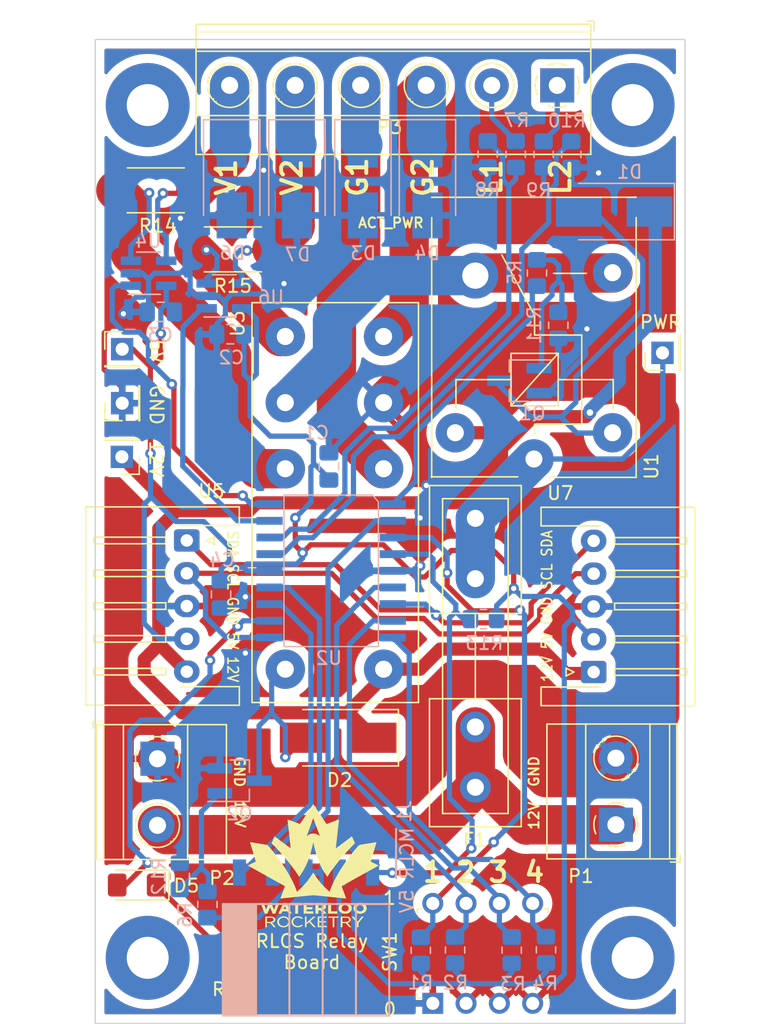
<source format=kicad_pcb>
(kicad_pcb (version 20211014) (generator pcbnew)
  (title_block (title "RLCS Relay Board") (date "2023-01-19") (company "Waterloo Rocketry Team"))
  (layers (0 "F.Cu" signal) (31 "B.Cu" signal) (34 "B.Paste" user) (35 "F.Paste" user) (36 "B.SilkS" user "B.Silkscreen") (37 "F.SilkS" user "F.Silkscreen") (38 "B.Mask" user) (39 "F.Mask" user) (44 "Edge.Cuts" user))
  (net 0 "")
  (net 1 "+12V")
  (net 2 "Net-(Q1-Pad1)")
  (net 3 "Net-(Q2-Pad1)")
  (net 4 "Net-(U1-Pad4)")
  (net 5 "GND")
  (net 6 "+5V")
  (net 7 "Net-(F1-Pad1)")
  (net 8 "Net-(P3-Pad1)")
  (net 9 "Net-(P3-Pad2)")
  (net 10 "Net-(D1-Pad2)")
  (net 11 "Net-(D2-Pad2)")
  (net 12 "Net-(F1-Pad2)")
  (net 13 "/~{MCLR}")
  (net 14 "/ICSPDAT")
  (net 15 "/ICSPCLK")
  (net 16 "/G2")
  (net 17 "/G1")
  (net 18 "/P2")
  (net 19 "/P1")
  (net 20 "/DIP_1")
  (net 21 "/DIP_2")
  (net 22 "/DIP_3")
  (net 23 "/DIP_4")
  (net 24 "/POWER")
  (net 25 "/SELECT")
  (net 26 "/LIM1")
  (net 27 "/LIM2")
  (net 28 "Net-(R14-Pad2)")
  (net 29 "Net-(R15-Pad2)")
  (net 30 "/CURR_SENSE_1")
  (net 31 "/CURR_SENSE_2")
  (net 32 "/SCL")
  (net 33 "/SDA")
  (net 34 "Net-(D5-Pad1)")
  (net 35 "Net-(D5-Pad2)")
  (footprint "custom:Socket_Strip_Straight_1x01_Pitch2.54mm" (layer "F.Cu") (at 132.0546 96.7232 90)
    (fp_text reference "TP0" hide)
    (fp_text value "TEST_1P")
  )
  (footprint "custom:Socket_Strip_Straight_1x01_Pitch2.54mm" (layer "F.Cu") (at 132.0292 100.8126 180)
    (fp_text reference "TP1" hide)
    (fp_text value "TEST_1P")
  )
  (footprint "custom:Socket_Strip_Straight_1x01_Pitch2.54mm" (layer "F.Cu") (at 132.0546 92.6084)
    (fp_text reference "TP2" hide)
    (fp_text value "TEST_1P")
  )
  (footprint "custom:Socket_Strip_Straight_1x01_Pitch2.54mm" (layer "F.Cu") (at 173.2788 92.8878 90)
    (fp_text reference "TP3" hide)
    (fp_text value "TEST_1P")
  )
  (footprint "Diode_SMD:D_SMB_Handsoldering" (layer "F.Cu") (at 148.5316 122.2248 180)
    (fp_text reference "D2")
    (fp_text value "D")
  )
  (footprint "custom:littlefuse_01000020Z" (layer "F.Cu") (at 159 126 90)
    (fp_text reference "F1")
    (fp_text value "FUSE")
  )
  (footprint "TerminalBlock_Phoenix:TerminalBlock_Phoenix_MKDS-1,5-2-5.08_1x02_P5.08mm_Horizontal" (layer "F.Cu") (at 169.723 128.8592 90)
    (fp_text reference "P1")
    (fp_text value "ACT_PWR")
  )
  (footprint "custom:DIP_SWITCH_4X2" (layer "F.Cu") (at 155.7528 142.4686 90)
    (fp_text reference "SW1")
    (fp_text value "SW_DIP_x04")
  )
  (footprint "custom:Relay_SPST_G5LE-1A" (layer "F.Cu") (at 163.4694 100.9782 90)
    (fp_text reference "U1")
    (fp_text value "SPST_POWER_RELAY")
  )
  (footprint "custom:Relay_DPDT_RT424012F" (layer "F.Cu") (at 144.5 117 90)
    (fp_text reference "U3")
    (fp_text value "dpdt_relay")
  )
  (footprint "Connector_JST:JST_XH_S5B-XH-A-1_1x05_P2.50mm_Horizontal" (layer "F.Cu") (at 136.9822 107.188 -90)
    (fp_text reference "U5")
    (fp_text value "CONN_01x05")
  )
  (footprint "Connector_JST:JST_XH_S5B-XH-A-1_1x05_P2.50mm_Horizontal" (layer "F.Cu") (at 168.0252 117.2172 90)
    (fp_text reference "U7")
    (fp_text value "CONN_01x05")
  )
  (footprint "Resistor_SMD:R_2512_6332Metric_Pad1.40x3.35mm_HandSolder" (layer "F.Cu") (at 134.62 80.5 180)
    (fp_text reference "R14")
    (fp_text value "0.01")
  )
  (footprint "Resistor_SMD:R_2512_6332Metric_Pad1.40x3.35mm_HandSolder" (layer "F.Cu") (at 140.5 85 180)
    (fp_text reference "R15")
    (fp_text value "0.01")
  )
  (footprint "TerminalBlock_Phoenix:TerminalBlock_Phoenix_MKDS-1,5-6_1x06_P5.00mm_Horizontal" (layer "F.Cu") (at 165.25 72.5 180)
    (fp_text reference "P3")
    (fp_text value "ACTUATOR")
  )
  (footprint "MountingHole:MountingHole_3.2mm_M3_Pad" (layer "F.Cu") (at 134 74)
    (fp_text reference "")
    (fp_text value "MountingHole_3.2mm_M3_Pad")
  )
  (footprint "MountingHole:MountingHole_3.2mm_M3_Pad" (layer "F.Cu") (at 171 74)
    (fp_text reference "")
    (fp_text value "MountingHole_3.2mm_M3_Pad")
  )
  (footprint "rlcs:rocketry_logo_small" (layer "F.Cu") (at 146.6342 131.9784)
    (fp_text reference "G***" hide)
    (fp_text value "LOGO" hide)
  )
  (footprint "MountingHole:MountingHole_3.2mm_M3_Pad" (layer "F.Cu") (at 134 139)
    (fp_text reference "")
    (fp_text value "MountingHole_3.2mm_M3_Pad")
  )
  (footprint "TerminalBlock_Phoenix:TerminalBlock_Phoenix_MKDS-1,5-2-5.08_1x02_P5.08mm_Horizontal" (layer "F.Cu") (at 134.747 123.825 -90)
    (fp_text reference "P2")
    (fp_text value "ACT_PWR")
  )
  (footprint "Resistor_SMD:R_0805_2012Metric_Pad1.20x1.40mm_HandSolder" (layer "F.Cu") (at 140.4112 139.4968)
    (fp_text reference "R16")
    (fp_text value "180")
  )
  (footprint "MountingHole:MountingHole_3.2mm_M3_Pad" (layer "F.Cu") (at 171 139)
    (fp_text reference "")
    (fp_text value "MountingHole_3.2mm_M3_Pad")
  )
  (footprint "LED_SMD:LED_1206_3216Metric_Pad1.42x1.75mm_HandSolder" (layer "F.Cu") (at 133.1611 133.4516 180)
    (fp_text reference "D5")
    (fp_text value "BLUE 3.2V 10mA")
  )
  (footprint "Capacitor_SMD:C_0805_2012Metric_Pad1.18x1.45mm_HandSolder" (layer "B.Cu") (at 147.828 101.5453 90)
    (fp_text reference "C1")
    (fp_text value "22uF")
  )
  (footprint "Capacitor_SMD:C_0805_2012Metric_Pad1.18x1.45mm_HandSolder" (layer "B.Cu") (at 140.3057 91.4654)
    (fp_text reference "C2")
    (fp_text value "0.1uF")
  )
  (footprint "Capacitor_SMD:C_0805_2012Metric_Pad1.18x1.45mm_HandSolder" (layer "B.Cu") (at 135.001 89.7636)
    (fp_text reference "C3")
    (fp_text value "0.1uF")
  )
  (footprint "Diode_SMD:D_SMB_Handsoldering" (layer "B.Cu") (at 169.5882 82.1182 180)
    (fp_text reference "D1")
    (fp_text value "D")
  )
  (footprint "custom:PinHeader_5x2.54_SMD_90deg_952-3198-1-ND" (layer "B.Cu") (at 141 132.5)
    (fp_text reference "J1")
    (fp_text value "Programming Header")
  )
  (footprint "Resistor_SMD:R_0805_2012Metric_Pad1.20x1.40mm_HandSolder" (layer "B.Cu") (at 154.8384 138.43 90)
    (fp_text reference "R1")
    (fp_text value "10k")
  )
  (footprint "Resistor_SMD:R_0805_2012Metric_Pad1.20x1.40mm_HandSolder" (layer "B.Cu") (at 157.4546 138.4046 90)
    (fp_text reference "R2")
    (fp_text value "10k")
  )
  (footprint "Resistor_SMD:R_0805_2012Metric_Pad1.20x1.40mm_HandSolder" (layer "B.Cu") (at 161.7726 138.414 90)
    (fp_text reference "R3")
    (fp_text value "10k")
  )
  (footprint "Resistor_SMD:R_0805_2012Metric_Pad1.20x1.40mm_HandSolder" (layer "B.Cu") (at 164.3888 138.3886 90)
    (fp_text reference "R4")
    (fp_text value "10k")
  )
  (footprint "Resistor_SMD:R_0805_2012Metric_Pad1.20x1.40mm_HandSolder" (layer "B.Cu") (at 163.703 86.8012 -90)
    (fp_text reference "R5")
    (fp_text value "150")
  )
  (footprint "Resistor_SMD:R_0805_2012Metric_Pad1.20x1.40mm_HandSolder" (layer "B.Cu") (at 138.557 134.9342 -90)
    (fp_text reference "R6")
    (fp_text value "150")
  )
  (footprint "Resistor_SMD:R_0805_2012Metric_Pad1.20x1.40mm_HandSolder" (layer "B.Cu") (at 162.0774 77.7494 -90)
    (fp_text reference "R7")
    (fp_text value "20K")
  )
  (footprint "Resistor_SMD:R_0805_2012Metric_Pad1.20x1.40mm_HandSolder" (layer "B.Cu") (at 159.9438 77.7334 -90)
    (fp_text reference "R8")
    (fp_text value "10K")
  )
  (footprint "Resistor_SMD:R_0805_2012Metric_Pad1.20x1.40mm_HandSolder" (layer "B.Cu") (at 164.211 77.7588 -90)
    (fp_text reference "R9")
    (fp_text value "20K")
  )
  (footprint "Resistor_SMD:R_0805_2012Metric_Pad1.20x1.40mm_HandSolder" (layer "B.Cu") (at 166.3192 77.7588 -90)
    (fp_text reference "R10")
    (fp_text value "10K")
  )
  (footprint "Resistor_SMD:R_0805_2012Metric_Pad1.20x1.40mm_HandSolder" (layer "B.Cu") (at 165.3286 90.789 -90)
    (fp_text reference "R11")
    (fp_text value "10K")
  )
  (footprint "Resistor_SMD:R_0805_2012Metric_Pad1.20x1.40mm_HandSolder" (layer "B.Cu") (at 136.4488 132.7818 90)
    (fp_text reference "R12")
    (fp_text value "10K")
  )
  (footprint "Resistor_SMD:R_0805_2012Metric_Pad1.20x1.40mm_HandSolder" (layer "B.Cu") (at 159.623 113.1824 180)
    (fp_text reference "R13")
    (fp_text value "10K")
  )
  (footprint "custom:PIC16F1826-ISO" (layer "B.Cu") (at 148 109.5 -90)
    (fp_text reference "U2")
    (fp_text value "PIC16F1826-ISO")
  )
  (footprint "Package_TO_SOT_SMD:SOT-23-5_HandSoldering" (layer "B.Cu") (at 134.065 86.8172)
    (fp_text reference "U4")
    (fp_text value "INA180A1")
  )
  (footprint "Package_TO_SOT_SMD:SOT-23-5_HandSoldering" (layer "B.Cu") (at 139.8524 88.5444)
    (fp_text reference "U6")
    (fp_text value "INA180A1")
  )
  (footprint "Package_TO_SOT_SMD:SOT-23_Handsoldering" (layer "B.Cu") (at 162.3554 95.0062 180)
    (fp_text reference "Q1")
    (fp_text value "MMBF170")
  )
  (footprint "Package_TO_SOT_SMD:SOT-23_Handsoldering" (layer "B.Cu") (at 141 125.5)
    (fp_text reference "Q2")
    (fp_text value "MMBF170")
  )
  (footprint "Diode_SMD:D_SMB_Handsoldering" (layer "B.Cu") (at 155.3464 79.7128 -90)
    (fp_text reference "D4")
    (fp_text value "D" hide)
  )
  (footprint "Diode_SMD:D_SMB_Handsoldering" (layer "B.Cu") (at 150.4188 79.7128 -90)
    (fp_text reference "D3")
    (fp_text value "D" hide)
  )
  (footprint "Diode_SMD:D_SMB_Handsoldering" (layer "B.Cu") (at 145.3896 79.7128 -90)
    (fp_text reference "D7")
    (fp_text value "D")
  )
  (footprint "Diode_SMD:D_SMB_Handsoldering" (layer "B.Cu") (at 140.4112 79.7128 -90)
    (fp_text reference "D6")
    (fp_text value "D")
  )
  (footprint "Capacitor_SMD:C_0805_2012Metric_Pad1.18x1.45mm_HandSolder" (layer "B.Cu") (at 139.5984 111.2989 90)
    (fp_text reference "C4")
    (fp_text value "0.1uF")
  )
  (gr_line (start 130 144) (end 175 144) (layer "Edge.Cuts") (width 0.1))
  (gr_line (start 130 144) (end 130 69) (layer "Edge.Cuts") (width 0.1))
  (gr_line (start 175 144) (end 175 69) (layer "Edge.Cuts") (width 0.1))
  (gr_line (start 130 69) (end 175 69) (layer "Edge.Cuts") (width 0.1))
  (gr_text "~{MCLR} 5V" (at 153.7716 132.334 90) (layer "B.SilkS") (effects (font (size 1 1)) (justify mirror)))
  (gr_text "L1" (at 160.25 79.5 90) (layer "F.SilkS") (effects (font (size 1.5 1.5) (thickness 0.3))))
  (gr_text "G1" (at 150 79.5 90) (layer "F.SilkS") (effects (font (size 1.5 1.5) (thickness 0.3))))
  (gr_text "1" (at 155.7528 132.4686) (layer "F.SilkS") (effects (font (size 1.5 1.5) (thickness 0.3))))
  (gr_text "L2" (at 165.5 79.5 90) (layer "F.SilkS") (effects (font (size 1.5 1.5) (thickness 0.3))))
  (gr_text "3" (at 160.7528 132.4686) (layer "F.SilkS") (effects (font (size 1.5 1.5) (thickness 0.3))))
  (gr_text "0" (at 152.4762 142.9258) (layer "F.SilkS") (effects (font (size 1 1))))
  (gr_text "12V" (at 163.4744 128.1684 90) (layer "F.SilkS") (effects (font (size 0.762 0.762) (thickness 0.14986))))
  (gr_text "GND" (at 163.4744 124.7902 90) (layer "F.SilkS") (effects (font (size 0.762 0.762) (thickness 0.14986))))
  (gr_text "SDA SCL GND 5V 12V" (at 140.4874 112.2172 -90) (layer "F.SilkS") (effects (font (size 0.8 0.7112) (thickness 0.127))))
  (gr_text "12V" (at 134.6454 100.965 270) (layer "F.SilkS") (effects (font (size 1 1))))
  (gr_text "RLCS Relay\nBoard" (at 146.5326 138.5316) (layer "F.SilkS") (effects (font (size 1 1))))
  (gr_text "1" (at 152.4508 134.4422) (layer "F.SilkS") (effects (font (size 1 1))))
  (gr_text "V2\n" (at 145 79.5 90) (layer "F.SilkS") (effects (font (size 1.5 1.5) (thickness 0.3))))
  (gr_text "GND" (at 140.9954 124.8156 270) (layer "F.SilkS") (effects (font (size 0.762 0.762) (thickness 0.14986))))
  (gr_text "V1" (at 140 79.5 90) (layer "F.SilkS") (effects (font (size 1.5 1.5) (thickness 0.3))))
  (gr_text "G2" (at 155 79.5 90) (layer "F.SilkS") (effects (font (size 1.5 1.5) (thickness 0.3))))
  (gr_text "5V" (at 134.6708 92.7608 270) (layer "F.SilkS") (effects (font (size 1 1))))
  (gr_text "12V 5V GND SCL SDA" (at 164.465 112.1918 90) (layer "F.SilkS") (effects (font (size 0.8 0.7112) (thickness 0.127))))
  (gr_text "PWR" (at 173.1264 90.551) (layer "F.SilkS") (effects (font (size 1 1))))
  (gr_text "12V" (at 141.0462 128.016 270) (layer "F.SilkS") (effects (font (size 0.762 0.762) (thickness 0.14986))))
  (gr_text "ACT_PWR" (at 152.5524 82.9818) (layer "F.SilkS") (effects (font (size 0.762 0.762) (thickness 0.14986))))
  (gr_text "GND" (at 134.6708 96.8502 270) (layer "F.SilkS") (effects (font (size 1 1))))
  (gr_text "4" (at 163.5028 132.4686) (layer "F.SilkS") (effects (font (size 1.5 1.5) (thickness 0.3))))
  (gr_text "2" (at 158.2528 132.4686) (layer "F.SilkS") (effects (font (size 1.5 1.5) (thickness 0.3))))
  (segment (start 165.9128 117.3226) (end 167.9198 117.3226) (width 1) (layer "F.Cu") (net 1))
  (segment (start 142.330255 104.32) (end 153.025787 104.32) (width 1) (layer "F.Cu") (net 1))
  (segment (start 167.7416 97.433501) (end 167.425101 97.75) (width 1) (layer "F.Cu") (net 1))
  (segment (start 157.454182 104.3178) (end 161 100.771982) (width 1) (layer "F.Cu") (net 1))
  (segment (start 157.4694 98.9782) (end 159.814122 98.9782) (width 1) (layer "F.Cu") (net 1))
  (segment (start 134.8486 106.2736) (end 134.8486 115.144603) (width 1) (layer "F.Cu") (net 1))
  (segment (start 153.027987 104.3178) (end 157.454182 104.3178) (width 1) (layer "F.Cu") (net 1))
  (segment (start 149.2494 120.3208) (end 149.3276 120.3208) (width 1) (layer "F.Cu") (net 1))
  (segment (start 134.8486 115.144603) (end 134.7216 115.271603) (width 1) (layer "F.Cu") (net 1))
  (segment (start 136.199348 104.922852) (end 136.139452 104.922852) (width 1) (layer "F.Cu") (net 1))
  (segment (start 152 117.5702) (end 149.2494 120.3208) (width 1) (layer "F.Cu") (net 1))
  (segment (start 159.814122 98.9782) (end 161 100.164078) (width 1) (layer "F.Cu") (net 1))
  (segment (start 134.7216 115.271603) (end 133.731 116.262203) (width 1) (layer "F.Cu") (net 1))
  (segment (start 164.0586 115.4684) (end 165.9128 117.3226) (width 1) (layer "F.Cu") (net 1))
  (segment (start 134.7216 115.271603) (end 135.065803 115.271603) (width 1) (layer "F.Cu") (net 1))
  (segment (start 136.139452 104.922852) (end 132.0292 100.8126) (width 1) (layer "F.Cu") (net 1))
  (segment (start 167.425101 97.75) (end 163.414078 97.75) (width 1) (layer "F.Cu") (net 1))
  (segment (start 161 100.771982) (end 161 100.164078) (width 1) (layer "F.Cu") (net 1))
  (segment (start 133.731 117.4242) (end 136.6276 120.3208) (width 1) (layer "F.Cu") (net 1))
  (segment (start 135.065803 115.271603) (end 136.9822 117.188) (width 1) (layer "F.Cu") (net 1))
  (segment (start 156.3116 115.4684) (end 164.0586 115.4684) (width 1) (layer "F.Cu") (net 1))
  (segment (start 154.78 117) (end 156.3116 115.4684) (width 1) (layer "F.Cu") (net 1))
  (segment (start 149.3276 120.3208) (end 151.2316 122.2248) (width 1) (layer "F.Cu") (net 1))
  (segment (start 136.6276 120.3208) (end 149.3276 120.3208) (width 1) (layer "F.Cu") (net 1))
  (segment (start 136.469652 104.922852) (end 141.727403 104.922852) (width 1) (layer "F.Cu") (net 1))
  (segment (start 141.727403 104.922852) (end 142.330255 104.32) (width 1) (layer "F.Cu") (net 1))
  (segment (start 153.025787 104.32) (end 153.027987 104.3178) (width 1) (layer "F.Cu") (net 1))
  (segment (start 163.414078 97.75) (end 161 100.164078) (width 1) (layer "F.Cu") (net 1))
  (segment (start 134.8486 106.2736) (end 136.199348 104.922852) (width 1) (layer "F.Cu") (net 1))
  (segment (start 152 117) (end 152 117.5702) (width 1) (layer "F.Cu") (net 1))
  (segment (start 133.731 116.262203) (end 133.731 117.4242) (width 1) (layer "F.Cu") (net 1))
  (segment (start 152 117) (end 154.78 117) (width 1) (layer "F.Cu") (net 1))
  (via (at 167.7416 97.433501) (size 1) (drill 0.5) (layers "F.Cu" "B.Cu") (net 1))
  (segment (start 167.7416 97.433501) (end 167.7416 97.2584) (width 1) (layer "B.Cu") (net 1))
  (segment (start 170 95) (end 170 92.9586) (width 1) (layer "B.Cu") (net 1))
  (segment (start 172.7234 90.2352) (end 172.7234 82.5534) (width 1) (layer "B.Cu") (net 1))
  (segment (start 167.7416 97.2584) (end 170 95) (width 1) (layer "B.Cu") (net 1))
  (segment (start 170 92.9586) (end 172.7234 90.2352) (width 1) (layer "B.Cu") (net 1))
  (segment (start 172.7234 82.5534) (end 172.2882 82.1182) (width 1) (layer "B.Cu") (net 1))
  (segment (start 164.0586 93.853) (end 163.8554 94.0562) (width 0.4) (layer "B.Cu") (net 2))
  (segment (start 165.608 87.6554) (end 165.608 89.5096) (width 0.4) (layer "B.Cu") (net 2))
  (segment (start 164.0586 89.281) (end 164.0586 93.853) (width 0.4) (layer "B.Cu") (net 2))
  (segment (start 164.857 88.4826) (end 164.0586 89.281) (width 0.4) (layer "B.Cu") (net 2))
  (segment (start 163.703 85.8012) (end 164.9222 85.8012) (width 0.4) (layer "B.Cu") (net 2))
  (segment (start 165.354 87.4014) (end 164.857 87.8984) (width 0.4) (layer "B.Cu") (net 2))
  (segment (start 165.354 86.233) (end 165.354 87.4014) (width 0.4) (layer "B.Cu") (net 2))
  (segment (start 164.9222 85.8012) (end 165.354 86.233) (width 0.4) (layer "B.Cu") (net 2))
  (segment (start 165.354 87.4014) (end 165.608 87.6554) (width 0.4) (layer "B.Cu") (net 2))
  (segment (start 164.857 87.8984) (end 164.857 88.4826) (width 0.4) (layer "B.Cu") (net 2))
  (segment (start 165.608 89.5096) (end 165.3286 89.789) (width 0.4) (layer "B.Cu") (net 2))
  (segment (start 138.0998 132.1308) (end 138.0998 127.8636) (width 0.4) (layer "B.Cu") (net 3))
  (segment (start 138.0998 127.8636) (end 139.5 126.4634) (width 0.4) (layer "B.Cu") (net 3))
  (segment (start 138.6332 132.6642) (end 138.6332 133.858) (width 0.4) (layer "B.Cu") (net 3))
  (segment (start 138.0998 132.1308) (end 138.6332 132.6642) (width 0.4) (layer "B.Cu") (net 3))
  (segment (start 136.4488 133.7818) (end 138.0998 132.1308) (width 0.4) (layer "B.Cu") (net 3))
  (segment (start 139.5 126.4634) (end 139.5 126.45) (width 0.4) (layer "B.Cu") (net 3))
  (segment (start 159.2 86.8) (end 159 87) (width 3) (layer "F.Cu") (net 4))
  (segment (start 169.5 86.8) (end 159.2 86.8) (width 3) (layer "F.Cu") (net 4))
  (via (at 159 87) (size 3.5) (drill 2) (layers "F.Cu" "B.Cu") (net 4))
  (segment (start 159 87) (end 151.548831 87) (width 3) (layer "B.Cu") (net 4))
  (segment (start 151.548831 87) (end 148.100001 90.44883) (width 3) (layer "B.Cu") (net 4))
  (segment (start 148.1 93.131169) (end 144.551169 96.68) (width 3) (layer "B.Cu") (net 4))
  (segment (start 148.100001 90.44883) (end 148.1 93.131169) (width 3) (layer "B.Cu") (net 4))
  (segment (start 144.551169 96.68) (end 144.5 96.68) (width 3) (layer "B.Cu") (net 4))
  (segment (start 164.386368 125.2592) (end 168.243 125.2592) (width 3) (layer "F.Cu") (net 5))
  (segment (start 155.2448 102.98241) (end 155.2448 100.6856) (width 0.4) (layer "F.Cu") (net 5))
  (segment (start 157.508831 117.8) (end 160.491169 117.8) (width 3) (layer "F.Cu") (net 5))
  (segment (start 160.491169 117.8) (end 162.6 119.908831) (width 3) (layer "F.Cu") (net 5))
  (segment (start 152 97.4408) (end 152 96.68) (width 0.4) (layer "F.Cu") (net 5))
  (segment (start 155.4 119.908831) (end 155.4 124.3048) (width 3) (layer "F.Cu") (net 5))
  (segment (start 170.375169 94.7928) (end 153.8872 94.7928) (width 3) (layer "F.Cu") (net 5))
  (segment (start 155.2448 100.6856) (end 152 97.4408) (width 0.4) (layer "F.Cu") (net 5))
  (segment (start 155.25759 102.9952) (end 155.2448 102.98241) (width 0.4) (layer "F.Cu") (net 5))
  (segment (start 162.6 119.908831) (end 162.6 123.472831) (width 3) (layer "F.Cu") (net 5))
  (segment (start 162.6 123.472831) (end 164.386368 125.2592) (width 3) (layer "F.Cu") (net 5))
  (segment (start 173.0694 120.4328) (end 173.0694 97.487031) (width 3) (layer "F.Cu") (net 5))
  (segment (start 173.0694 97.487031) (end 170.375169 94.7928) (width 3) (layer "F.Cu") (net 5))
  (segment (start 132.1461 89.9089) (end 130.683 91.372) (width 0.4) (layer "F.Cu") (net 5))
  (segment (start 168.243 125.2592) (end 169.723 123.7792) (width 3) (layer "F.Cu") (net 5))
  (segment (start 130.683 91.372) (end 130.683 94.1578) (width 0.4) (layer "F.Cu") (net 5))
  (segment (start 132.0546 95.5294) (end 132.0546 96.7232) (width 0.4) (layer "F.Cu") (net 5))
  (segment (start 154.7876 105.4713) (end 154.7876 109.1184) (width 0.4) (layer "F.Cu") (net 5))
  (segment (start 153.718 125.9868) (end 136.9088 125.9868) (width 3) (layer "F.Cu") (net 5))
  (segment (start 130.683 94.1578) (end 132.0546 95.5294) (width 0.4) (layer "F.Cu") (net 5))
  (segment (start 155.4 124.3048) (end 153.718 125.9868) (width 3) (layer "F.Cu") (net 5))
  (segment (start 153.8872 94.7928) (end 152 96.68) (width 3) (layer "F.Cu") (net 5))
  (segment (start 155.4 119.908831) (end 157.508831 117.8) (width 3) (layer "F.Cu") (net 5))
  (segment (start 134.747 123.825) (end 136.9088 125.9868) (width 3) (layer "F.Cu") (net 5))
  (segment (start 169.723 123.7792) (end 173.0694 120.4328) (width 3) (layer "F.Cu") (net 5))
  (via (at 154.7876 105.4713) (size 0.8) (drill 0.4) (layers "F.Cu" "B.Cu") (net 5))
  (via (at 136.4996 82.6262) (size 0.8) (drill 0.4) (layers "F.Cu" "B.Cu") (net 5))
  (via (at 155.25759 102.9952) (size 0.8) (drill 0.4) (layers "F.Cu" "B.Cu") (net 5))
  (via (at 168.402 79.1718) (size 0.8) (drill 0.4) (layers "F.Cu" "B.Cu") (net 5))
  (via (at 132.1461 89.9089) (size 0.8) (drill 0.4) (layers "F.Cu" "B.Cu") (net 5))
  (via (at 144.399 87.6046) (size 0.8) (drill 0.4) (layers "F.Cu" "B.Cu") (net 5))
  (via (at 154.7876 109.1184) (size 0.8) (drill 0.4) (layers "F.Cu" "B.Cu") (net 5))
  (via (at 141.4526 111.4806) (size 0.8) (drill 0.4) (layers "F.Cu" "B.Cu") (net 5))
  (via (at 141.4526 115.7732) (size 0.8) (drill 0.4) (layers "F.Cu" "B.Cu") (net 5))
  (via (at 167.513 91.059) (size 0.8) (drill 0.4) (layers "F.Cu" "B.Cu") (net 5))
  (via (at 142.8496 78.9686) (size 0.8) (drill 0.4) (layers "F.Cu" "B.Cu") (net 5))
  (segment (start 154.406 109.5) (end 154.7876 109.1184) (width 0.4) (layer "B.Cu") (net 5))
  (segment (start 136.847 131.3836) (end 136.4488 131.7818) (width 0.4) (layer "B.Cu") (net 5))
  (segment (start 133.6548 88.646) (end 134.0612 88.2396) (width 0.4) (layer "B.Cu") (net 5))
  (segment (start 138.5024 88.5444) (end 139.3952 88.5444) (width 0.4) (layer "B.Cu") (net 5))
  (segment (start 133.096 88.646) (end 133.6548 88.646) (width 0.4) (layer "B.Cu") (net 5))
  (segment (start 137.2362 88.138) (end 137.6426 88.5444) (width 0.4) (layer "B.Cu") (net 5))
  (segment (start 139.2682 90.678) (end 139.2682 91.4654) (width 0.4) (layer "B.Cu") (net 5))
  (segment (start 152.7 109.5) (end 154.406 109.5) (width 0.4) (layer "B.Cu") (net 5))
  (segment (start 134.0612 88.1126) (end 134.0612 89.6659) (width 0.4) (layer "B.Cu") (net 5))
  (segment (start 139.9286 90.0176) (end 139.2682 90.678) (width 0.4) (layer "B.Cu") (net 5))
  (segment (start 165.3286 91.789) (end 166.783 91.789) (width 0.4) (layer "B.Cu") (net 5))
  (segment (start 134.0612 87.2744) (end 134.0612 88.1126) (width 0.4) (layer "B.Cu") (net 5))
  (segment (start 137.2362 86.821) (end 137.2362 88.138) (width 0.4) (layer "B.Cu") (net 5))
  (segment (start 134.5184 86.8172) (end 136.478 86.8172) (width 0.4) (layer "B.Cu") (net 5))
  (segment (start 140.5968 112.3364) (end 139.5984 112.3364) (width 0.4) (layer "B.Cu") (net 5))
  (segment (start 167.4114 93.055104) (end 165.5064 94.960104) (width 0.4) (layer "B.Cu") (net 5))
  (segment (start 136.8552 86.44) (end 136.8552 82.9818) (width 0.4) (layer "B.Cu") (net 5))
  (segment (start 166.783 91.8022) (end 167.4114 92.4306) (width 0.4) (layer "B.Cu") (net 5))
  (segment (start 136.8552 82.9818) (end 136.4996 82.6262) (width 0.4) (layer "B.Cu") (net 5))
  (segment (start 133.096 88.646) (end 132.1461 89.5959) (width 0.4) (layer "B.Cu") (net 5))
  (segment (start 151.6558 96.68) (end 152 96.68) (width 0.4) (layer "B.Cu") (net 5))
  (segment (start 136.8552 86.44) (end 137.2362 86.821) (width 0.4) (layer "B.Cu") (net 5))
  (segment (start 166.783 91.789) (end 167.513 91.059) (width 0.4) (layer "B.Cu") (net 5))
  (segment (start 139.9286 88.8746) (end 139.9286 89.0778) (width 0.4) (layer "B.Cu") (net 5))
  (segment (start 140.4112 88.392) (end 139.9286 88.8746) (width 0.4) (layer "B.Cu") (net 5))
  (segment (start 132.1461 89.5959) (end 132.1461 89.9089) (width 0.4) (layer "B.Cu") (net 5))
  (segment (start 155.25759 105.00131) (end 155.25759 102.9952) (width 0.4) (layer "B.Cu") (net 5))
  (segment (start 165.5064 94.9706) (end 164.5208 95.9562) (width 0.4) (layer "B.Cu") (net 5))
  (segment (start 134.0612 88.2396) (end 134.0612 88.1126) (width 0.4) (layer "B.Cu") (net 5))
  (segment (start 139.9286 89.0778) (end 139.9286 90.0176) (width 0.4) (layer "B.Cu") (net 5))
  (segment (start 136.478 86.8172) (end 136.8552 86.44) (width 0.4) (layer "B.Cu") (net 5))
  (segment (start 134.0612 87.2744) (end 134.5184 86.8172) (width 0.4) (layer "B.Cu") (net 5))
  (segment (start 167.4114 92.4306) (end 167.4114 93.055104) (width 0.4) (layer "B.Cu") (net 5))
  (segment (start 141.4526 111.4806) (end 140.5968 112.3364) (width 0.4) (layer "B.Cu") (net 5))
  (segment (start 137.6426 88.5444) (end 138.5024 88.5444) (width 0.4) (layer "B.Cu") (net 5))
  (segment (start 134.747 123.825) (end 136.847 125.925) (width 0.4) (layer "B.Cu") (net 5))
  (segment (start 132.715 86.8172) (end 133.604 86.8172) (width 0.4) (layer "B.Cu") (net 5))
  (segment (start 166.783 91.789) (end 166.783 91.8022) (width 0.4) (layer "B.Cu") (net 5))
  (segment (start 136.847 125.925) (end 136.847 131.3836) (width 0.4) (layer "B.Cu") (net 5))
  (segment (start 147.828 100.5078) (end 151.6558 96.68) (width 0.4) (layer "B.Cu") (net 5))
  (segment (start 144.399 87.6046) (end 143.6116 88.392) (width 0.4) (layer "B.Cu") (net 5))
  (segment (start 154.7876 105.4713) (end 155.25759 105.00131) (width 0.4) (layer "B.Cu") (net 5))
  (segment (start 165.5064 94.960104) (end 165.5064 94.9706) (width 0.4) (layer "B.Cu") (net 5))
  (segment (start 143.6116 88.392) (end 140.4112 88.392) (width 0.4) (layer "B.Cu") (net 5))
  (segment (start 140.4112 82.4128) (end 139.9684 82.8556) (width 0.4) (layer "B.Cu") (net 5))
  (segment (start 133.604 86.8172) (end 134.0612 87.2744) (width 0.4) (layer "B.Cu") (net 5))
  (segment (start 164.5208 95.9562) (end 163.8554 95.9562) (width 0.4) (layer "B.Cu") (net 5))
  (segment (start 139.3952 88.5444) (end 139.9286 89.0778) (width 0.4) (layer "B.Cu") (net 5))
  (segment (start 134.0612 89.6659) (end 133.9635 89.7636) (width 0.4) (layer "B.Cu") (net 5))
  (segment (start 132.8674 92.6084) (end 132.0546 92.6084) (width 0.4) (layer "F.Cu") (net 6))
  (segment (start 146.431 107.5182) (end 151.979661 107.5182) (width 0.4) (layer "F.Cu") (net 6))
  (segment (start 155.1528 109.9724) (end 157.1752 107.95) (width 0.4) (layer "F.Cu") (net 6))
  (segment (start 134.204 94.0658) (end 134.204 100.549) (width 0.4) (layer "F.Cu") (net 6))
  (segment (start 145.2626 105.474) (end 145.2626 107.569) (width 0.4) (layer "F.Cu") (net 6))
  (segment (start 134.204 94.0658) (end 134.204 93.945) (width 0.4) (layer "F.Cu") (net 6))
  (segment (start 135.001 91.4146) (end 135.001 93.2688) (width 0.4) (layer "F.Cu") (net 6))
  (segment (start 134.204 93.945) (end 132.8674 92.6084) (width 0.4) (layer "F.Cu") (net 6))
  (segment (start 134.204 100.549) (end 134.2136 100.5586) (width 0.4) (layer "F.Cu") (net 6))
  (segment (start 160.3756 107.95) (end 161.925 109.4994) (width 0.4) (layer "F.Cu") (net 6))
  (segment (start 135.001 93.2688) (end 134.204 94.0658) (width 0.4) (layer "F.Cu") (net 6))
  (segment (start 151.979661 107.5182) (end 154.433861 109.9724) (width 0.4) (layer "F.Cu") (net 6))
  (segment (start 157.1752 107.95) (end 160.3756 107.95) (width 0.4) (layer "F.Cu") (net 6))
  (segment (start 154.433861 109.9724) (end 155.1528 109.9724) (width 0.4) (layer "F.Cu") (net 6))
  (segment (start 145.8214 108.1278) (end 146.431 107.5182) (width 0.4) (layer "F.Cu") (net 6))
  (segment (start 161.925 109.4994) (end 161.925 110.8456) (width 0.4) (layer "F.Cu") (net 6))
  (segment (start 145.2626 107.569) (end 145.8214 108.1278) (width 0.4) (layer "F.Cu") (net 6))
  (via (at 145.8214 108.1278) (size 0.8) (drill 0.4) (layers "F.Cu" "B.Cu") (net 6))
  (via (at 161.925 110.8456) (size 0.8) (drill 0.4) (layers "F.Cu" "B.Cu") (net 6))
  (via (at 135.001 91.4146) (size 0.8) (drill 0.4) (layers "F.Cu" "B.Cu") (net 6))
  (via (at 145.2626 105.474) (size 0.8) (drill 0.4) (layers "F.Cu" "B.Cu") (net 6))
  (via (at 134.2136 100.5586) (size 0.8) (drill 0.4) (layers "F.Cu" "B.Cu") (net 6))
  (segment (start 165.4048 111.4552) (end 166.4175 112.4679) (width 0.4) (layer "B.Cu") (net 6))
  (segment (start 140.2334 107.696) (end 140.2334 108.7374) (width 0.4) (layer "B.Cu") (net 6))
  (segment (start 135.005 89.531) (end 135.3959 89.1401) (width 0.4) (layer "B.Cu") (net 6))
  (segment (start 141.351 94.5388) (end 141.8082 94.996) (width 0.4) (layer "B.Cu") (net 6))
  (segment (start 142.2908 94.5134) (end 142.2908 90.297) (width 0.4) (layer "B.Cu") (net 6))
  (segment (start 134.2136 100.5586) (end 134.2136 103.810498) (width 0.4) (layer "B.Cu") (net 6))
  (segment (start 155.9052 140.97) (end 154.94 140.97) (width 0.4) (layer "B.Cu") (net 6))
  (segment (start 141.8082 94.996) (end 142.2908 94.5134) (width 0.4) (layer "B.Cu") (net 6))
  (segment (start 151.16 139.73) (end 152.4 140.97) (width 0.4) (layer "B.Cu") (net 6))
  (segment (start 146.649 99.878694) (end 146.649 101.4038) (width 0.4) (layer "B.Cu") (net 6))
  (segment (start 140.7414 109.2454) (end 141.3256 109.2454) (width 0.4) (layer "B.Cu") (net 6))
  (segment (start 135.005 91.4106) (end 135.005 89.531) (width 0.4) (layer "B.Cu") (net 6))
  (segment (start 133.731 113.5126) (end 134.9064 114.688) (width 0.4) (layer "B.Cu") (net 6))
  (segment (start 141.3432 91.4654) (end 141.351 91.4732) (width 0.4) (layer "B.Cu") (net 6))
  (segment (start 145.2626 105.474) (end 145.2626 105.4608) (width 0.4) (layer "B.Cu") (net 6))
  (segment (start 146.682647 99.845047) (end 146.649 99.878694) (width 0.4) (layer "B.Cu") (net 6))
  (segment (start 160.623 112.1476) (end 160.623 113.1824) (width 0.4) (layer "B.Cu") (net 6))
  (segment (start 146.454 101.5988) (end 146.649 101.4038) (width 0.4) (layer "B.Cu") (net 6))
  (segment (start 141.587 108.984) (end 145.3716 108.984) (width 0.4) (layer "B.Cu") (net 6))
  (segment (start 143.347908 99.2378) (end 146.0754 99.2378) (width 0.4) (layer "B.Cu") (net 6))
  (segment (start 135.001 91.4146) (end 135.005 91.4106) (width 0.4) (layer "B.Cu") (net 6))
  (segment (start 166.4175 113.1095) (end 165.7858 113.7412) (width 0.4) (layer "B.Cu") (net 6))
  (segment (start 140.2334 108.7374) (end 139.5984 109.3724) (width 0.4) (layer "B.Cu") (net 6))
  (segment (start 154.8384 140.0302) (end 155.7782 140.97) (width 0.4) (layer "B.Cu") (net 6))
  (segment (start 134.9064 114.688) (end 136.9822 114.688) (width 0.4) (layer "B.Cu") (net 6))
  (segment (start 134.2136 103.810498) (end 136.143302 105.7402) (width 0.4) (layer "B.Cu") (net 6))
  (segment (start 135.3959 89.1401) (end 135.415 89.1401) (width 0.4) (layer "B.Cu") (net 6))
  (segment (start 160.9344 140.97) (end 158.75 140.97) (width 0.4) (layer "B.Cu") (net 6))
  (segment (start 158.4198 140.97) (end 155.9052 140.97) (width 0.4) (layer "B.Cu") (net 6))
  (segment (start 164.3888 140.081) (end 163.4998 140.97) (width 0.4) (layer "B.Cu") (net 6))
  (segment (start 148.62 137.19) (end 151.16 139.73) (width 0.4) (layer "B.Cu") (net 6))
  (segment (start 166.4175 113.1095) (end 168.0252 114.7172) (width 0.4) (layer "B.Cu") (net 6))
  (segment (start 161.7726 139.414) (end 161.7726 140.1318) (width 0.4) (layer "B.Cu") (net 6))
  (segment (start 158.75 140.97) (end 158.4198 140.97) (width 0.4) (layer "B.Cu") (net 6))
  (segment (start 165.7858 140.2334) (end 165.0492 140.97) (width 0.4) (layer "B.Cu") (net 6))
  (segment (start 155.7782 140.97) (end 155.9052 140.97) (width 0.4) (layer "B.Cu") (net 6))
  (segment (start 161.925 110.8456) (end 162.5346 111.4552) (width 0.4) (layer "B.Cu") (net 6))
  (segment (start 161.29 140.97) (end 160.9344 140.97) (width 0.4) (layer "B.Cu") (net 6))
  (segment (start 142.2908 90.297) (end 141.4882 89.4944) (width 0.4) (layer "B.Cu") (net 6))
  (segment (start 145.2626 105.4608) (end 146.454 104.2694) (width 0.4) (layer "B.Cu") (net 6))
  (segment (start 141.3432 89.6352) (end 141.2024 89.4944) (width 0.4) (layer "B.Cu") (net 6))
  (segment (start 148.62 132.5) (end 148.62 137.19) (width 0.4) (layer "B.Cu") (net 6))
  (segment (start 162.5346 111.4552) (end 165.4048 111.4552) (width 0.4) (layer "B.Cu") (net 6))
  (segment (start 139.5984 109.3724) (end 139.5984 110.2614) (width 0.4) (layer "B.Cu") (net 6))
  (segment (start 161.7726 140.1318) (end 160.9344 140.97) (width 0.4) (layer "B.Cu") (net 6))
  (segment (start 141.3256 109.2454) (end 141.587 108.984) (width 0.4) (layer "B.Cu") (net 6))
  (segment (start 141.8082 97.698092) (end 143.347908 99.2378) (width 0.4) (layer "B.Cu") (net 6))
  (segment (start 134.2136 103.9368) (end 133.731 104.4194) (width 0.4) (layer "B.Cu") (net 6))
  (segment (start 135.415 87.7672) (end 135.415 89.1401) (width 0.4) (layer "B.Cu") (net 6))
  (segment (start 140.2334 108.7374) (end 140.7414 109.2454) (width 0.4) (layer "B.Cu") (net 6))
  (segment (start 145.8214 108.5342) (end 145.8214 108.1278) (width 0.4) (layer "B.Cu") (net 6))
  (segment (start 146.454 104.2694) (end 146.454 101.5988) (width 0.4) (layer "B.Cu") (net 6))
  (segment (start 141.8082 94.996) (end 141.8082 97.698092) (width 0.4) (layer "B.Cu") (net 6))
  (segment (start 146.7682 101.4038) (end 147.828 102.4636) (width 0.4) (layer "B.Cu") (net 6))
  (segment (start 133.731 104.4194) (end 133.731 113.5126) (width 0.4) (layer "B.Cu") (net 6))
  (segment (start 145.3716 108.984) (end 145.8214 108.5342) (width 0.4) (layer "B.Cu") (net 6))
  (segment (start 138.2776 105.7402) (end 140.2334 107.696) (width 0.4) (layer "B.Cu") (net 6))
  (segment (start 137.0902 114.58) (end 136.9822 114.688) (width 0.4) (layer "B.Cu") (net 6))
  (segment (start 163.4998 140.97) (end 161.29 140.97) (width 0.4) (layer "B.Cu") (net 6))
  (segment (start 154.8384 139.43) (end 154.8384 140.0302) (width 0.4) (layer "B.Cu") (net 6))
  (segment (start 135.415 89.1401) (end 136.0385 89.7636) (width 0.4) (layer "B.Cu") (net 6))
  (segment (start 146.649 101.4038) (end 146.7682 101.4038) (width 0.4) (layer "B.Cu") (net 6))
  (segment (start 141.5802 109.5) (end 141.3256 109.2454) (width 0.4) (layer "B.Cu") (net 6))
  (segment (start 141.351 91.4732) (end 141.351 94.5388) (width 0.4) (layer "B.Cu") (net 6))
  (segment (start 146.0754 99.2378) (end 146.682647 99.845047) (width 0.4) (layer "B.Cu") (net 6))
  (segment (start 157.4546 140.0048) (end 158.4198 140.97) (width 0.4) (layer "B.Cu") (net 6))
  (segment (start 141.5802 109.5) (end 143.3 109.5) (width 0.4) (layer "B.Cu") (net 6))
  (segment (start 165.7858 113.7412) (end 165.7858 140.2334) (width 0.4) (layer "B.Cu") (net 6))
  (segment (start 136.143302 105.7402) (end 138.2776 105.7402) (width 0.4) (layer "B.Cu") (net 6))
  (segment (start 157.4546 139.4046) (end 157.4546 140.0048) (width 0.4) (layer "B.Cu") (net 6))
  (segment (start 141.4882 89.4944) (end 141.2024 89.4944) (width 0.4) (layer "B.Cu") (net 6))
  (segment (start 137.125 114.5) (end 137 114.5) (width 0.4) (layer "B.Cu") (net 6))
  (segment (start 164.3888 139.3886) (end 164.3888 140.081) (width 0.4) (layer "B.Cu") (net 6))
  (segment (start 166.4175 112.4679) (end 166.4175 113.1095) (width 0.4) (layer "B.Cu") (net 6))
  (segment (start 154.94 140.97) (end 152.4 140.97) (width 0.4) (layer "B.Cu") (net 6))
  (segment (start 134.2136 103.810498) (end 134.2136 103.9368) (width 0.4) (layer "B.Cu") (net 6))
  (segment (start 161.925 110.8456) (end 160.623 112.1476) (width 0.4) (layer "B.Cu") (net 6))
  (segment (start 165.0492 140.97) (end 163.4998 140.97) (width 0.4) (layer "B.Cu") (net 6))
  (segment (start 159 126) (end 160.036 126) (width 3) (layer "F.Cu") (net 7))
  (segment (start 160.036 126) (end 162.9156 128.8796) (width 3) (layer "F.Cu") (net 7))
  (segment (start 162.936 128.8592) (end 169.723 128.8592) (width 3) (layer "F.Cu") (net 7))
  (segment (start 159 121.4) (end 159 126) (width 3) (layer "F.Cu") (net 7))
  (segment (start 162.9156 128.8796) (end 162.936 128.8592) (width 3) (layer "F.Cu") (net 7))
  (segment (start 155.389034 129.610966) (end 159 126) (width 3) (layer "F.Cu") (net 7))
  (segment (start 134.747 128.905) (end 135.452966 129.610966) (width 3) (layer "F.Cu") (net 7))
  (segment (start 135.452966 129.610966) (end 155.389034 129.610966) (width 3) (layer "F.Cu") (net 7))
  (segment (start 165.25 75.7198) (end 164.211 76.7588) (width 0.4) (layer "B.Cu") (net 8))
  (segment (start 165.25 72.5) (end 165.25 75.7198) (width 0.4) (layer "B.Cu") (net 8))
  (segment (start 160.25 74.922) (end 162.0774 76.7494) (width 0.4) (layer "B.Cu") (net 9))
  (segment (start 160.25 72.5) (end 160.25 74.922) (width 0.4) (layer "B.Cu") (net 9))
  (segment (start 166.1922 98.4504) (end 166.7418 99) (width 0.4) (layer "B.Cu") (net 10))
  (segment (start 163.2204 97.7646) (end 165.5064 97.7646) (width 0.4) (layer "B.Cu") (net 10))
  (segment (start 166.8882 82.1182) (end 168.062092 82.1182) (width 0.4) (layer "B.Cu") (net 10))
  (segment (start 166.7418 99) (end 169.5 99) (width 0.4) (layer "B.Cu") (net 10))
  (segment (start 168.062092 82.1182) (end 171.7694 85.825508) (width 0.4) (layer "B.Cu") (net 10))
  (segment (start 160.8554 95.3996) (end 163.2204 97.7646) (width 0.4) (layer "B.Cu") (net 10))
  (segment (start 166.6609 96.6609) (end 165.5318 97.79) (width 0.4) (layer "B.Cu") (net 10))
  (segment (start 165.5064 97.7646) (end 166.1922 98.4504) (width 0.4) (layer "B.Cu") (net 10))
  (segment (start 171.7694 89.622) (end 166.6609 94.7305) (width 0.4) (layer "B.Cu") (net 10))
  (segment (start 166.6609 94.7305) (end 166.6609 96.6609) (width 0.4) (layer "B.Cu") (net 10))
  (segment (start 171.7694 85.825508) (end 171.7694 89.622) (width 0.4) (layer "B.Cu") (net 10))
  (segment (start 160.8554 95.0062) (end 160.8554 95.3996) (width 0.4) (layer "B.Cu") (net 10))
  (segment (start 145.8316 122.2248) (end 145.8316 122.3658) (width 0.4) (layer "F.Cu") (net 11))
  (segment (start 145.8316 122.3658) (end 144.5 123.6974) (width 0.4) (layer "F.Cu") (net 11))
  (via (at 144.5 123.6974) (size 0.8) (drill 0.4) (layers "F.Cu" "B.Cu") (net 11))
  (segment (start 143.4592 120.3452) (end 144.5 121.386) (width 0.4) (layer "B.Cu") (net 11))
  (segment (start 143.4592 120.3452) (end 142.5 121.3044) (width 0.4) (layer "B.Cu") (net 11))
  (segment (start 142.5 121.3044) (end 142.5 125.5) (width 0.4) (layer "B.Cu") (net 11))
  (segment (start 144.5 117) (end 143.4592 118.0408) (width 0.4) (layer "B.Cu") (net 11))
  (segment (start 143.4592 118.0408) (end 143.4592 120.3452) (width 0.4) (layer "B.Cu") (net 11))
  (segment (start 144.5 121.386) (end 144.5 123.6974) (width 0.4) (layer "B.Cu") (net 11))
  (segment (start 162.011 102.4366) (end 163.4694 100.9782) (width 3) (layer "B.Cu") (net 12))
  (segment (start 159 105.5) (end 159 110.1) (width 3) (layer "B.Cu") (net 12))
  (segment (start 162.011 102.489) (end 162.011 102.4366) (width 3) (layer "B.Cu") (net 12))
  (segment (start 173.3042 97.906774) (end 173.3042 92.9132) (width 0.4) (layer "B.Cu") (net 12))
  (segment (start 160.9774 103.5226) (end 159 105.5) (width 3) (layer "B.Cu") (net 12))
  (segment (start 160.9774 103.5226) (end 162.011 102.489) (width 3) (layer "B.Cu") (net 12))
  (segment (start 170.232774 100.9782) (end 173.3042 97.906774) (width 0.4) (layer "B.Cu") (net 12))
  (segment (start 163.4694 100.9782) (end 170.232774 100.9782) (width 0.4) (layer "B.Cu") (net 12))
  (segment (start 173.3042 92.9132) (end 173.2788 92.8878) (width 0.4) (layer "B.Cu") (net 12))
  (segment (start 158.692584 130.6465) (end 156.818197 132.520887) (width 0.4) (layer "F.Cu") (net 13))
  (segment (start 156.818197 132.520887) (end 152.660187 132.520887) (width 0.4) (layer "F.Cu") (net 13))
  (via (at 158.692584 130.6465) (size 0.8) (drill 0.4) (layers "F.Cu" "B.Cu") (net 13))
  (via (at 152.660187 132.520887) (size 0.8) (drill 0.4) (layers "F.Cu" "B.Cu") (net 13))
  (segment (start 157.5054 112.5982) (end 158.0896 113.1824) (width 0.4) (layer "B.Cu") (net 13))
  (segment (start 157.025 113.0786) (end 157.025 126.818072) (width 0.4) (layer "B.Cu") (net 13))
  (segment (start 158.75 128.543072) (end 158.75 130.589084) (width 0.4) (layer "B.Cu") (net 13))
  (segment (start 152.6393 132.5) (end 151.16 132.5) (width 0.4) (layer "B.Cu") (net 13))
  (segment (start 157.5054 112.5982) (end 157.025 113.0786) (width 0.4) (layer "B.Cu") (net 13))
  (segment (start 158.0896 113.1824) (end 158.623 113.1824) (width 0.4) (layer "B.Cu") (net 13))
  (segment (start 155.414413 108.23) (end 155.769413 108.585) (width 0.4) (layer "B.Cu") (net 13))
  (segment (start 157.025 126.818072) (end 158.75 128.543072) (width 0.4) (layer "B.Cu") (net 13))
  (segment (start 158.75 130.589084) (end 158.692584 130.6465) (width 0.4) (layer "B.Cu") (net 13))
  (segment (start 155.769413 108.585) (end 155.769413 110.32952) (width 0.4) (layer "B.Cu") (net 13))
  (segment (start 157.5054 112.065507) (end 155.769413 110.32952) (width 0.4) (layer "B.Cu") (net 13))
  (segment (start 157.5054 112.5982) (end 157.5054 112.065507) (width 0.4) (layer "B.Cu") (net 13))
  (segment (start 152.660187 132.520887) (end 152.6393 132.5) (width 0.4) (layer "B.Cu") (net 13))
  (segment (start 152.7 108.23) (end 155.414413 108.23) (width 0.4) (layer "B.Cu") (net 13))
  (segment (start 143.54 132.5) (end 143.54 131.1) (width 0.4) (layer "B.Cu") (net 14))
  (segment (start 147.108011 127.531989) (end 147.108011 113.178011) (width 0.4) (layer "B.Cu") (net 14))
  (segment (start 143.54 131.1) (end 147.108011 127.531989) (width 0.4) (layer "B.Cu") (net 14))
  (segment (start 144.7 110.77) (end 143.3 110.77) (width 0.4) (layer "B.Cu") (net 14))
  (segment (start 147.108011 113.178011) (end 144.7 110.77) (width 0.4) (layer "B.Cu") (net 14))
  (segment (start 146.454001 114.346799) (end 146.454001 127.261103) (width 0.4) (layer "B.Cu") (net 15))
  (segment (start 141.215104 132.5) (end 141 132.5) (width 0.4) (layer "B.Cu") (net 15))
  (segment (start 143.3 112.04) (end 144.147202 112.04) (width 0.4) (layer "B.Cu") (net 15))
  (segment (start 144.147202 112.04) (end 146.454001 114.346799) (width 0.4) (layer "B.Cu") (net 15))
  (segment (start 146.454001 127.261103) (end 141.215104 132.5) (width 0.4) (layer "B.Cu") (net 15))
  (segment (start 153.95 73.8) (end 153.95 89.69) (width 3) (layer "F.Cu") (net 16))
  (segment (start 153.95 89.69) (end 152 91.64) (width 3) (layer "F.Cu") (net 16))
  (segment (start 155.25 72.5) (end 153.95 73.8) (width 3) (layer "F.Cu") (net 16))
  (segment (start 155.25 76.9164) (end 155.3464 77.0128) (width 3) (layer "B.Cu") (net 16))
  (segment (start 155.25 72.5) (end 155.25 76.9164) (width 3) (layer "B.Cu") (net 16))
  (segment (start 150.25 86.25) (end 148.4 88.1) (width 3) (layer "F.Cu") (net 17))
  (segment (start 148.4 98.171169) (end 151.948831 101.72) (width 3) (layer "F.Cu") (net 17))
  (segment (start 151.948831 101.72) (end 152 101.72) (width 3) (layer "F.Cu") (net 17))
  (segment (start 150.25 86.25) (end 150.25 72.5) (width 3) (layer "F.Cu") (net 17))
  (segment (start 148.4 88.1) (end 148.4 98.171169) (width 3) (layer "F.Cu") (net 17))
  (segment (start 150.25 76.844) (end 150.4188 77.0128) (width 3) (layer "B.Cu") (net 17))
  (segment (start 150.25 72.5) (end 150.25 76.844) (width 3) (layer "B.Cu") (net 17))
  (segment (start 143.4875 85) (end 145.25 83.2375) (width 3) (layer "F.Cu") (net 18))
  (segment (start 141.5796 85.09) (end 143.46 85.09) (width 0.4) (layer "F.Cu") (net 18))
  (segment (start 143.4592 85.0908) (end 143.55 85) (width 0.4) (layer "F.Cu") (net 18))
  (segment (start 143.46 85.09) (end 143.55 85) (width 0.4) (layer "F.Cu") (net 18))
  (segment (start 145.25 83.2375) (end 145.25 72.5) (width 3) (layer "F.Cu") (net 18))
  (via (at 141.5796 85.09) (size 0.8) (drill 0.4) (layers "F.Cu" "B.Cu") (net 18))
  (segment (start 140.6906 86.4362) (end 140.6906 85.4456) (width 0.4) (layer "B.Cu") (net 18))
  (segment (start 145.25 72.5) (end 145.25 76.8732) (width 3) (layer "B.Cu") (net 18))
  (segment (start 141.2024 87.5944) (end 141.2024 86.948) (width 0.4) (layer "B.Cu") (net 18))
  (segment (start 141.5542 85.0646) (end 141.5796 85.09) (width 0.4) (layer "B.Cu") (net 18))
  (segment (start 141.2024 86.948) (end 140.6906 86.4362) (width 0.4) (layer "B.Cu") (net 18))
  (segment (start 140.6906 85.4456) (end 141.0716 85.0646) (width 0.4) (layer "B.Cu") (net 18))
  (segment (start 145.25 76.8732) (end 145.3896 77.0128) (width 3) (layer "B.Cu") (net 18))
  (segment (start 141.0716 85.0646) (end 141.5542 85.0646) (width 0.4) (layer "B.Cu") (net 18))
  (segment (start 140.25 72.5) (end 140.25 77.92) (width 3) (layer "F.Cu") (net 19))
  (segment (start 135.165047 80.726772) (end 136.559628 80.726772) (width 0.4) (layer "F.Cu") (net 19))
  (segment (start 136.559628 80.726772) (end 136.7864 80.5) (width 0.4) (layer "F.Cu") (net 19))
  (segment (start 140.25 77.92) (end 137.67 80.5) (width 3) (layer "F.Cu") (net 19))
  (via (at 135.165047 80.726772) (size 0.8) (drill 0.4) (layers "F.Cu" "B.Cu") (net 19))
  (segment (start 134.766 81.249539) (end 134.766 83.3818) (width 0.4) (layer "B.Cu") (net 19))
  (segment (start 140.25 76.8516) (end 140.4112 77.0128) (width 3) (layer "B.Cu") (net 19))
  (segment (start 134.766 83.3818) (end 135.415 84.0308) (width 0.4) (layer "B.Cu") (net 19))
  (segment (start 135.415 84.0308) (end 135.415 85.8672) (width 0.4) (layer "B.Cu") (net 19))
  (segment (start 135.165047 80.726772) (end 135.165047 80.850492) (width 0.4) (layer "B.Cu") (net 19))
  (segment (start 135.165047 80.850492) (end 134.766 81.249539) (width 0.4) (layer "B.Cu") (net 19))
  (segment (start 140.25 72.5) (end 140.25 76.8516) (width 3) (layer "B.Cu") (net 19))
  (segment (start 158.777968 112.549968) (end 162.352644 112.549968) (width 0.4) (layer "F.Cu") (net 20))
  (segment (start 156.8465 109.6518) (end 156.8465 110.6185) (width 0.4) (layer "F.Cu") (net 20))
  (segment (start 160.401 130.2004) (end 155.7528 134.8486) (width 0.4) (layer "F.Cu") (net 20))
  (segment (start 162.352644 112.549968) (end 162.402111 112.500501) (width 0.4) (layer "F.Cu") (net 20))
  (segment (start 156.8465 110.6185) (end 158.777968 112.549968) (width 0.4) (layer "F.Cu") (net 20))
  (segment (start 160.401 130.175) (end 160.401 130.2004) (width 0.4) (layer "F.Cu") (net 20))
  (via (at 156.8465 109.6518) (size 0.8) (drill 0.4) (layers "F.Cu" "B.Cu") (net 20))
  (via (at 160.401 130.175) (size 0.8) (drill 0.4) (layers "F.Cu" "B.Cu") (net 20))
  (via (at 162.402111 112.500501) (size 0.8) (drill 0.4) (layers "F.Cu" "B.Cu") (net 20))
  (segment (start 160.401 130.1242) (end 162.75 127.7752) (width 0.4) (layer "B.Cu") (net 20))
  (segment (start 155.7528 134.8486) (end 155.7528 136.5156) (width 0.4) (layer "B.Cu") (net 20))
  (segment (start 156.8465 108.1801) (end 155.6264 106.96) (width 0.4) (layer "B.Cu") (net 20))
  (segment (start 162.75 127.7752) (end 162.75 112.84839) (width 0.4) (layer "B.Cu") (net 20))
  (segment (start 162.75 112.84839) (end 162.402111 112.500501) (width 0.4) (layer "B.Cu") (net 20))
  (segment (start 160.401 130.175) (end 160.401 130.1242) (width 0.4) (layer "B.Cu") (net 20))
  (segment (start 155.6264 106.96) (end 152.7 106.96) (width 0.4) (layer "B.Cu") (net 20))
  (segment (start 156.8465 109.6518) (end 156.8465 108.1801) (width 0.4) (layer "B.Cu") (net 20))
  (segment (start 155.7528 136.5156) (end 154.8384 137.43) (width 0.4) (layer "B.Cu") (net 20))
  (segment (start 152.7 110.77) (end 151.3 110.77) (width 0.4) (layer "B.Cu") (net 21))
  (segment (start 158.2928 134.8486) (end 158.2928 136.5664) (width 0.4) (layer "B.Cu") (net 21))
  (segment (start 158.2928 134.1374) (end 158.2928 134.8486) (width 0.4) (layer "B.Cu") (net 21))
  (segment (start 148.416031 113.653969) (end 148.416031 124.260631) (width 0.4) (layer "B.Cu") (net 21))
  (segment (start 148.416031 124.260631) (end 158.2928 134.1374) (width 0.4) (layer "B.Cu") (net 21))
  (segment (start 151.3 110.77) (end 148.416031 113.653969) (width 0.4) (layer "B.Cu") (net 21))
  (segment (start 158.2928 136.5664) (end 157.4546 137.4046) (width 0.4) (layer "B.Cu") (net 21))
  (segment (start 160.8328 134.8486) (end 160.8328 136.4742) (width 0.4) (layer "B.Cu") (net 22))
  (segment (start 160.8328 134.4676) (end 160.8328 134.8486) (width 0.4) (layer "B.Cu") (net 22))
  (segment (start 149.391989 115.108011) (end 149.391989 124.253805) (width 0.4) (layer "B.Cu") (net 22))
  (segment (start 158.519208 132.154008) (end 160.8328 134.4676) (width 0.4) (layer "B.Cu") (net 22))
  (segment (start 157.292193 132.154008) (end 158.519208 132.154008) (width 0.4) (layer "B.Cu") (net 22))
  (segment (start 151.19 113.31) (end 149.391989 115.108011) (width 0.4) (layer "B.Cu") (net 22))
  (segment (start 149.391989 124.253805) (end 157.292193 132.154008) (width 0.4) (layer "B.Cu") (net 22))
  (segment (start 152.7 113.31) (end 151.19 113.31) (width 0.4) (layer "B.Cu") (net 22))
  (segment (start 160.8328 136.4742) (end 161.7726 137.414) (width 0.4) (layer "B.Cu") (net 22))
  (segment (start 163.3728 134.8486) (end 163.3728 136.3726) (width 0.4) (layer "B.Cu") (net 23))
  (segment (start 163.3728 136.3726) (end 164.3888 137.3886) (width 0.4) (layer "B.Cu") (net 23))
  (segment (start 160.202 131.5) (end 163.3728 134.6708) (width 0.4) (layer "B.Cu") (net 23))
  (segment (start 163.3728 134.6708) (end 163.3728 134.8486) (width 0.4) (layer "B.Cu") (net 23))
  (segment (start 153.954 127.890906) (end 157.563093 131.5) (width 0.4) (layer "B.Cu") (net 23))
  (segment (start 153.954 115.834) (end 153.954 127.890906) (width 0.4) (layer "B.Cu") (net 23))
  (segment (start 157.563093 131.5) (end 160.202 131.5) (width 0.4) (layer "B.Cu") (net 23))
  (segment (start 152.7 114.58) (end 153.954 115.834) (width 0.4) (layer "B.Cu") (net 23))
  (segment (start 163.703 87.8012) (end 163.3474 88.1568) (width 0.4) (layer "B.Cu") (net 24))
  (segment (start 163.3474 88.1568) (end 163.3474 90.074339) (width 0.4) (layer "B.Cu") (net 24))
  (segment (start 154.4828 98.938939) (end 154.4828 102.6372) (width 0.4) (layer "B.Cu") (net 24))
  (segment (start 154.4828 102.6372) (end 152.7 104.42) (width 0.4) (layer "B.Cu") (net 24))
  (segment (start 163.3474 90.074339) (end 154.4828 98.938939) (width 0.4) (layer "B.Cu") (net 24))
  (segment (start 142.4498 135.9342) (end 138.557 135.9342) (width 0.4) (layer "B.Cu") (net 25))
  (segment (start 151.397339 105.69) (end 147.762021 109.325318) (width 0.4) (layer "B.Cu") (net 25))
  (segment (start 147.762021 109.325318) (end 147.762021 127.802888) (width 0.4) (layer "B.Cu") (net 25))
  (segment (start 144.6784 133.7056) (end 142.4498 135.9342) (width 0.4) (layer "B.Cu") (net 25))
  (segment (start 144.6784 130.886509) (end 144.6784 133.7056) (width 0.4) (layer "B.Cu") (net 25))
  (segment (start 147.762021 127.802888) (end 144.6784 130.886509) (width 0.4) (layer "B.Cu") (net 25))
  (segment (start 152.7 105.69) (end 151.397339 105.69) (width 0.4) (layer "B.Cu") (net 25))
  (segment (start 144.2968 106.96) (end 143.3 106.96) (width 0.4) (layer "B.Cu") (net 26))
  (segment (start 161.0978 77.8874) (end 159.9438 76.7334) (width 0.4) (layer "B.Cu") (net 26))
  (segment (start 149.046 100.496412) (end 149.046 103.6078) (width 0.4) (layer "B.Cu") (net 26))
  (segment (start 161.55 80.1818) (end 161.55 89.893374) (width 0.4) (layer "B.Cu") (net 26))
  (segment (start 146.3263 106.3275) (end 144.9293 106.3275) (width 0.4) (layer "B.Cu") (net 26))
  (segment (start 150.908401 98.634011) (end 149.046 100.496412) (width 0.4) (layer "B.Cu") (net 26))
  (segment (start 144.9293 106.3275) (end 144.2968 106.96) (width 0.4) (layer "B.Cu") (net 26))
  (segment (start 162.0774 78.7494) (end 162.0774 79.6544) (width 0.4) (layer "B.Cu") (net 26))
  (segment (start 149.046 103.6078) (end 146.3263 106.3275) (width 0.4) (layer "B.Cu") (net 26))
  (segment (start 152.809363 98.634011) (end 150.908401 98.634011) (width 0.4) (layer "B.Cu") (net 26))
  (segment (start 161.55 89.893374) (end 152.809363 98.634011) (width 0.4) (layer "B.Cu") (net 26))
  (segment (start 161.0978 79.7296) (end 161.0978 77.8874) (width 0.4) (layer "B.Cu") (net 26))
  (segment (start 162.0774 79.6544) (end 161.55 80.1818) (width 0.4) (layer "B.Cu") (net 26))
  (segment (start 161.55 80.1818) (end 161.0978 79.7296) (width 0.4) (layer "B.Cu") (net 26))
  (segment (start 164.6842 80.502) (end 165.1652 80.021) (width 0.4) (layer "B.Cu") (net 27))
  (segment (start 162.204011 90.29282) (end 162.204 90.292809) (width 0.4) (layer "B.Cu") (net 27))
  (segment (start 151.179297 99.288011) (end 153.20882 99.288011) (width 0.4) (layer "B.Cu") (net 27))
  (segment (start 143.3 108.23) (end 144.2968 108.23) (width 0.4) (layer "B.Cu") (net 27))
  (segment (start 165.1652 77.9128) (end 166.3192 76.7588) (width 0.4) (layer "B.Cu") (net 27))
  (segment (start 162.549 89.947809) (end 162.549 84.9994) (width 0.4) (layer "B.Cu") (net 27))
  (segment (start 146.597196 106.9815) (end 149.7 103.878696) (width 0.4) (layer "B.Cu") (net 27))
  (segment (start 162.204 90.292809) (end 162.549 89.947809) (width 0.4) (layer "B.Cu") (net 27))
  (segment (start 164.592 82.9564) (end 164.592 80.6158) (width 0.4) (layer "B.Cu") (net 27))
  (segment (start 164.6842 80.5236) (end 164.5647 80.5236) (width 0.4) (layer "B.Cu") (net 27))
  (segment (start 164.6842 80.5236) (end 164.6842 80.502) (width 0.4) (layer "B.Cu") (net 27))
  (segment (start 164.6842 80.5236) (end 164.6842 80.4832) (width 0.4) (layer "B.Cu") (net 27))
  (segment (start 144.2968 108.23) (end 145.5453 106.9815) (width 0.4) (layer "B.Cu") (net 27))
  (segment (start 164.592 80.6158) (end 164.6842 80.5236) (width 0.4) (layer "B.Cu") (net 27))
  (segment (start 164.5647 80.5236) (end 164.211 80.1699) (width 0.4) (layer "B.Cu") (net 27))
  (segment (start 164.211 80.1699) (end 164.211 78.7588) (width 0.4) (layer "B.Cu") (net 27))
  (segment (start 165.1652 80.021) (end 165.1652 77.9128) (width 0.4) (layer "B.Cu") (net 27))
  (segment (start 153.20882 99.288011) (end 162.204011 90.29282) (width 0.4) (layer "B.Cu") (net 27))
  (segment (start 145.5453 106.9815) (end 146.597196 106.9815) (width 0.4) (layer "B.Cu") (net 27))
  (segment (start 149.7 100.767308) (end 151.179297 99.288011) (width 0.4) (layer "B.Cu") (net 27))
  (segment (start 162.549 84.9994) (end 164.592 82.9564) (width 0.4) (layer "B.Cu") (net 27))
  (segment (start 149.7 103.878696) (end 149.7 100.767308) (width 0.4) (layer "B.Cu") (net 27))
  (segment (start 133.1832 81.6246) (end 132.6946 81.6246) (width 0.4) (layer "F.Cu") (net 28))
  (segment (start 140.399999 99.741319) (end 140.399999 93.042797) (width 3) (layer "F.Cu") (net 28))
  (segment (start 134.112 80.6958) (end 133.1832 81.6246) (width 0.4) (layer "F.Cu") (net 28))
  (segment (start 132.6946 81.6246) (end 131.57 80.5) (width 3) (layer "F.Cu") (net 28))
  (segment (start 144.5 101.72) (end 142.37868 101.72) (width 3) (layer "F.Cu") (net 28))
  (segment (start 132.6946 85.337398) (end 132.6946 81.6246) (width 3) (layer "F.Cu") (net 28))
  (segment (start 142.37868 101.72) (end 140.399999 99.741319) (width 3) (layer "F.Cu") (net 28))
  (segment (start 134.112 80.6958) (end 131.7658 80.6958) (width 0.4) (layer "F.Cu") (net 28))
  (segment (start 131.7658 80.6958) (end 131.57 80.5) (width 0.4) (layer "F.Cu") (net 28))
  (segment (start 140.399999 93.042797) (end 132.6946 85.337398) (width 3) (layer "F.Cu") (net 28))
  (via (at 134.112 80.6958) (size 0.8) (drill 0.4) (layers "F.Cu" "B.Cu") (net 28))
  (segment (start 134.112 83.3374) (end 132.715 84.7344) (width 0.4) (layer "B.Cu") (net 28))
  (segment (start 134.112 80.6958) (end 134.112 83.3374) (width 0.4) (layer "B.Cu") (net 28))
  (segment (start 132.715 84.7344) (end 132.715 85.8672) (width 0.4) (layer "B.Cu") (net 28))
  (segment (start 144.1525 91.64) (end 137.5125 85) (width 3) (layer "F.Cu") (net 29))
  (segment (start 144.5 91.64) (end 144.1525 91.64) (width 3) (layer "F.Cu") (net 29))
  (via (at 138.4808 85.0392) (size 0.8) (drill 0.4) (layers "F.Cu" "B.Cu") (net 29))
  (segment (start 139.2936 85.4964) (end 138.8364 85.0392) (width 0.4) (layer "B.Cu") (net 29))
  (segment (start 138.5024 87.2274) (end 139.2936 86.4362) (width 0.4) (layer "B.Cu") (net 29))
  (segment (start 138.8364 85.0392) (end 138.4808 85.0392) (width 0.4) (layer "B.Cu") (net 29))
  (segment (start 138.5024 87.5944) (end 138.5024 87.2274) (width 0.4) (layer "B.Cu") (net 29))
  (segment (start 138.4046 87.4966) (end 138.5024 87.5944) (width 0.4) (layer "B.Cu") (net 29))
  (segment (start 139.2936 86.4362) (end 139.2936 85.4964) (width 0.4) (layer "B.Cu") (net 29))
  (segment (start 136 95.4362) (end 136 100.078704) (width 0.4) (layer "F.Cu") (net 30))
  (segment (start 135.8392 95.2754) (end 136 95.4362) (width 0.4) (layer "F.Cu") (net 30))
  (segment (start 136 100.078704) (end 139.690148 103.768852) (width 0.4) (layer "F.Cu") (net 30))
  (segment (start 139.690148 103.768852) (end 141.2494 103.768852) (width 0.4) (layer "F.Cu") (net 30))
  (via (at 141.2494 103.768852) (size 0.8) (drill 0.4) (layers "F.Cu" "B.Cu") (net 30))
  (via (at 135.8392 95.2754) (size 0.8) (drill 0.4) (layers "F.Cu" "B.Cu") (net 30))
  (segment (start 141.2494 103.768852) (end 141.900548 104.42) (width 0.4) (layer "B.Cu") (net 30))
  (segment (start 132.1984 91.3044) (end 133.3586 91.3044) (width 0.4) (layer "B.Cu") (net 30))
  (segment (start 141.900548 104.42) (end 143.3 104.42) (width 0.4) (layer "B.Cu") (net 30))
  (segment (start 131.5618 87.7672) (end 131.2926 88.0364) (width 0.4) (layer "B.Cu") (net 30))
  (segment (start 131.2926 88.0364) (end 131.2926 90.3986) (width 0.4) (layer "B.Cu") (net 30))
  (segment (start 134.0548 92.0006) (end 134.0548 93.4402) (width 0.4) (layer "B.Cu") (net 30))
  (segment (start 132.715 87.7672) (end 131.5618 87.7672) (width 0.4) (layer "B.Cu") (net 30))
  (segment (start 135.8392 95.2246) (end 135.8392 95.2754) (width 0.4) (layer "B.Cu") (net 30))
  (segment (start 131.2926 90.3986) (end 132.1984 91.3044) (width 0.4) (layer "B.Cu") (net 30))
  (segment (start 133.3586 91.3044) (end 134.0548 92.0006) (width 0.4) (layer "B.Cu") (net 30))
  (segment (start 134.0548 93.4402) (end 135.8392 95.2246) (width 0.4) (layer "B.Cu") (net 30))
  (segment (start 136.6932 90.917006) (end 136.6932 95.538115) (width 0.4) (layer "B.Cu") (net 31))
  (segment (start 138.5024 89.4944) (end 138.115806 89.4944) (width 0.4) (layer "B.Cu") (net 31))
  (segment (start 136.6774 101.5238) (end 140.8436 105.69) (width 0.4) (layer "B.Cu") (net 31))
  (segment (start 136.6774 95.538115) (end 136.6774 101.5238) (width 0.4) (layer "B.Cu") (net 31))
  (segment (start 140.8436 105.69) (end 143.3 105.69) (width 0.4) (layer "B.Cu") (net 31))
  (segment (start 138.115806 89.4944) (end 136.6932 90.917006) (width 0.4) (layer "B.Cu") (net 31))
  (segment (start 166.6602 109.7172) (end 168.0252 109.7172) (width 0.4) (layer "F.Cu") (net 32))
  (segment (start 156.2512 114.3158) (end 162.719447 114.3158) (width 0.4) (layer "F.Cu") (net 32))
  (segment (start 163.910111 113.125136) (end 163.910111 112.467289) (width 0.4) (layer "F.Cu") (net 32))
  (segment (start 163.910111 112.467289) (end 166.6602 109.7172) (width 0.4) (layer "F.Cu") (net 32))
  (segment (start 151.463463 113.1316) (end 155.067 113.1316) (width 0.4) (layer "F.Cu") (net 32))
  (segment (start 155.067 113.1316) (end 156.2512 114.3158) (width 0.4) (layer "F.Cu") (net 32))
  (segment (start 148.019863 109.688) (end 151.463463 113.1316) (width 0.4) (layer "F.Cu") (net 32))
  (segment (start 162.719447 114.3158) (end 163.910111 113.125136) (width 0.4) (layer "F.Cu") (net 32))
  (segment (start 136.9822 109.688) (end 148.019863 109.688) (width 0.4) (layer "F.Cu") (net 32))
  (segment (start 138.4112 113.0112) (end 139.98 114.58) (width 0.4) (layer "B.Cu") (net 32))
  (segment (start 138.4112 111.117) (end 138.4112 113.0112) (width 0.4) (layer "B.Cu") (net 32))
  (segment (start 139.98 114.58) (end 143.3 114.58) (width 0.4) (layer "B.Cu") (net 32))
  (segment (start 136.9822 109.688) (end 138.4112 111.117) (width 0.4) (layer "B.Cu") (net 32))
  (segment (start 163.256111 112.85424) (end 163.256111 111.986289) (width 0.4) (layer "F.Cu") (net 33))
  (segment (start 156.604232 113.4618) (end 162.648551 113.4618) (width 0.4) (layer "F.Cu") (net 33))
  (segment (start 163.256111 111.986289) (end 168.0252 107.2172) (width 0.4) (layer "F.Cu") (net 33))
  (segment (start 138.8282 109.034) (end 136.9822 107.188) (width 0.4) (layer "F.Cu") (net 33))
  (segment (start 156.013416 112.870984) (end 155.620032 112.4776) (width 0.4) (layer "F.Cu") (net 33))
  (segment (start 155.620032 112.4776) (end 151.7904 112.4776) (width 0.4) (layer "F.Cu") (net 33))
  (segment (start 156.013416 112.870984) (end 156.604232 113.4618) (width 0.4) (layer "F.Cu") (net 33))
  (segment (start 162.648551 113.4618) (end 163.256111 112.85424) (width 0.4) (layer "F.Cu") (net 33))
  (segment (start 151.7904 112.4776) (end 148.3468 109.034) (width 0.4) (layer "F.Cu") (net 33))
  (segment (start 148.3468 109.034) (end 138.8282 109.034) (width 0.4) (layer "F.Cu") (net 33))
  (via (at 156.013416 112.870984) (size 0.8) (drill 0.4) (layers "F.Cu" "B.Cu") (net 33))
  (segment (start 155.182432 112.04) (end 153.638 112.04) (width 0.4) (layer "B.Cu") (net 33))
  (segment (start 156.013416 112.870984) (end 155.182432 112.04) (width 0.4) (layer "B.Cu") (net 33))
  (segment (start 139.4112 138.2142) (end 139.4112 139.4968) (width 0.4) (layer "F.Cu") (net 34))
  (segment (start 134.6486 133.4516) (end 139.4112 138.2142) (width 0.4) (layer "F.Cu") (net 34))
  (segment (start 134 131.75) (end 132.2984 133.4516) (width 0.4) (layer "F.Cu") (net 35))
  (segment (start 140.8684 113.7265) (end 138.7602 115.8347) (width 0.4) (layer "F.Cu") (net 35))
  (segment (start 138.7602 115.8347) (end 138.7602 116.3345) (width 0.4) (layer "F.Cu") (net 35))
  (segment (start 132.2984 133.4516) (end 131.6736 133.4516) (width 0.4) (layer "F.Cu") (net 35))
  (via (at 134 131.75) (size 0.8) (drill 0.4) (layers "F.Cu" "B.Cu") (net 35))
  (via (at 140.8684 113.7265) (size 0.8) (drill 0.4) (layers "F.Cu" "B.Cu") (net 35))
  (via (at 138.7602 116.3345) (size 0.8) (drill 0.4) (layers "F.Cu" "B.Cu") (net 35))
  (segment (start 141.2849 113.31) (end 143.3 113.31) (width 0.4) (layer "B.Cu") (net 35))
  (segment (start 138.7602 116.3345) (end 138.7602 117.475) (width 0.4) (layer "B.Cu") (net 35))
  (segment (start 132.647 130.397) (end 134 131.75) (width 0.4) (layer "B.Cu") (net 35))
  (segment (start 138.7602 117.475) (end 135.3566 120.8786) (width 0.4) (layer "B.Cu") (net 35))
  (segment (start 132.647 121.725) (end 132.647 130.397) (width 0.4) (layer "B.Cu") (net 35))
  (segment (start 140.8684 113.7265) (end 141.2849 113.31) (width 0.4) (layer "B.Cu") (net 35))
  (segment (start 135.3566 120.8786) (end 133.4934 120.8786) (width 0.4) (layer "B.Cu") (net 35))
  (segment (start 133.4934 120.8786) (end 132.647 121.725) (width 0.4) (layer "B.Cu") (net 35))
  (zone (net 5) (net_name "GND") (layer "F.Cu") (connect_pads (clearance 0.7)) (min_thickness 0.254) (fill yes (thermal_gap 0.508) (thermal_bridge_width 0.508))
    (polygon (pts (xy 175 144) (xy 130 144) (xy 130 69) (xy 175 69)))
  )
  (zone (net 5) (net_name "GND") (layer "B.Cu") (connect_pads (clearance 0.7)) (min_thickness 0.254) (fill yes (thermal_gap 0.508) (thermal_bridge_width 0.508))
    (polygon (pts (xy 175 144) (xy 130 144) (xy 130 69) (xy 175 69)))
  )
)
</source>
